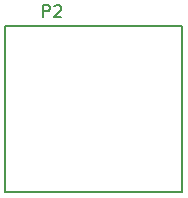
<source format=gbr>
G04 #@! TF.FileFunction,Legend,Top*
%FSLAX46Y46*%
G04 Gerber Fmt 4.6, Leading zero omitted, Abs format (unit mm)*
G04 Created by KiCad (PCBNEW 0.201508300901+6132~28~ubuntu15.04.1-product) date Thu 03 Sep 2015 23:07:28 CEST*
%MOMM*%
G01*
G04 APERTURE LIST*
%ADD10C,0.100000*%
%ADD11C,0.150000*%
G04 APERTURE END LIST*
D10*
D11*
X159550960Y-103858480D02*
X159550960Y-117955480D01*
X144564960Y-117955480D02*
X144564960Y-103858480D01*
X159550960Y-103858480D02*
X144564960Y-103858480D01*
X159550960Y-117955480D02*
X144564960Y-117955480D01*
X147763005Y-103105981D02*
X147763005Y-102105981D01*
X148143958Y-102105981D01*
X148239196Y-102153600D01*
X148286815Y-102201219D01*
X148334434Y-102296457D01*
X148334434Y-102439314D01*
X148286815Y-102534552D01*
X148239196Y-102582171D01*
X148143958Y-102629790D01*
X147763005Y-102629790D01*
X148715386Y-102201219D02*
X148763005Y-102153600D01*
X148858243Y-102105981D01*
X149096339Y-102105981D01*
X149191577Y-102153600D01*
X149239196Y-102201219D01*
X149286815Y-102296457D01*
X149286815Y-102391695D01*
X149239196Y-102534552D01*
X148667767Y-103105981D01*
X149286815Y-103105981D01*
M02*

</source>
